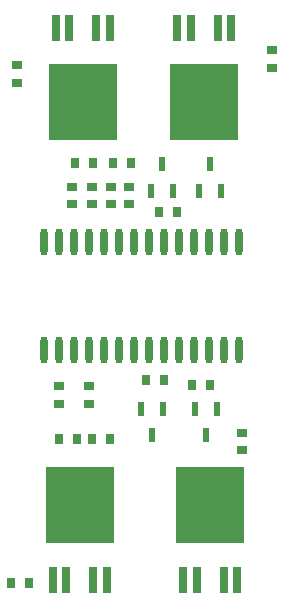
<source format=gtp>
%FSLAX25Y25*%
%MOIN*%
G70*
G01*
G75*
G04 Layer_Color=8421504*
%ADD10R,0.03543X0.02756*%
%ADD11R,0.02362X0.04528*%
%ADD12O,0.02362X0.09055*%
%ADD13R,0.02756X0.03543*%
%ADD14R,0.03150X0.08661*%
%ADD15R,0.22835X0.25197*%
%ADD16C,0.01000*%
%ADD17C,0.07000*%
%ADD18C,0.06500*%
%ADD19C,0.06400*%
%ADD20R,0.08000X0.18500*%
%ADD21R,0.60500X0.07500*%
%ADD22C,0.07874*%
%ADD23C,0.04500*%
%ADD24R,0.03740X0.03543*%
%ADD25R,0.03543X0.03740*%
%ADD26R,0.19000X0.17500*%
%ADD27R,0.09000X0.09500*%
%ADD28C,0.00984*%
%ADD29C,0.02362*%
%ADD30C,0.00787*%
%ADD31C,0.00500*%
%ADD32C,0.00600*%
D10*
X59500Y154453D02*
D03*
Y148547D02*
D03*
X22000Y194953D02*
D03*
Y189047D02*
D03*
X97000Y72453D02*
D03*
Y66547D02*
D03*
X46000Y87953D02*
D03*
Y82047D02*
D03*
X36000Y87953D02*
D03*
Y82047D02*
D03*
X53500Y148547D02*
D03*
Y154453D02*
D03*
X47000Y148547D02*
D03*
Y154453D02*
D03*
X40500Y148547D02*
D03*
Y154453D02*
D03*
X107000Y194047D02*
D03*
Y199953D02*
D03*
D11*
X85000Y71571D02*
D03*
X81260Y80429D02*
D03*
X88740D02*
D03*
X67000Y71571D02*
D03*
X63260Y80429D02*
D03*
X70740D02*
D03*
X70500Y161929D02*
D03*
X74240Y153071D02*
D03*
X66760D02*
D03*
X86500Y161929D02*
D03*
X90240Y153071D02*
D03*
X82760D02*
D03*
D12*
X31000Y100087D02*
D03*
X36000D02*
D03*
X41000D02*
D03*
X46000D02*
D03*
X51000D02*
D03*
X56000D02*
D03*
X61000D02*
D03*
X66000D02*
D03*
X71000D02*
D03*
X76000D02*
D03*
X81000D02*
D03*
X86000D02*
D03*
X91000D02*
D03*
X96000D02*
D03*
X31000Y135913D02*
D03*
X36000D02*
D03*
X41000D02*
D03*
X46000D02*
D03*
X51000D02*
D03*
X56000D02*
D03*
X61000D02*
D03*
X66000D02*
D03*
X71000D02*
D03*
X76000D02*
D03*
X81000D02*
D03*
X86000D02*
D03*
X91000D02*
D03*
X96000D02*
D03*
D13*
X25953Y22500D02*
D03*
X20047D02*
D03*
X36047Y70500D02*
D03*
X41953D02*
D03*
X47047D02*
D03*
X52953D02*
D03*
X65047Y90000D02*
D03*
X70953D02*
D03*
X80547Y88500D02*
D03*
X86453D02*
D03*
X59953Y162500D02*
D03*
X54047D02*
D03*
X47453D02*
D03*
X41547D02*
D03*
X75453Y146000D02*
D03*
X69547D02*
D03*
D14*
X34000Y23500D02*
D03*
X38488D02*
D03*
X47465D02*
D03*
X51953D02*
D03*
X77500D02*
D03*
X81988D02*
D03*
X90965D02*
D03*
X95453D02*
D03*
X53000Y207500D02*
D03*
X48512D02*
D03*
X39535D02*
D03*
X35047D02*
D03*
X93500D02*
D03*
X89012D02*
D03*
X80035D02*
D03*
X75547D02*
D03*
D15*
X42976Y48303D02*
D03*
X86476D02*
D03*
X44024Y182697D02*
D03*
X84524D02*
D03*
M02*

</source>
